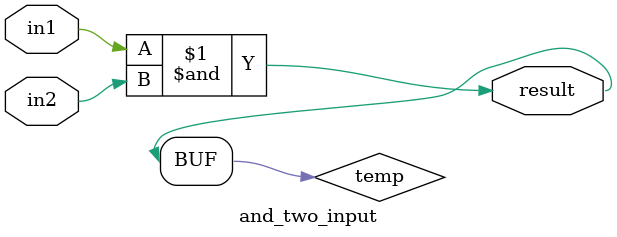
<source format=v>
`timescale 1ns / 1ps

module and_two_input(
    input in1,
    input in2,
    output result
    );
    
    wire temp;
    
    assign temp = in1 & in2; // Performing AND operation and assigning output to temp
    assign result = temp;
endmodule

</source>
